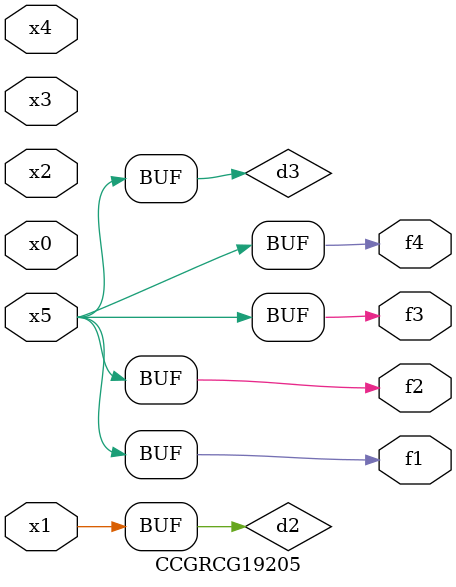
<source format=v>
module CCGRCG19205(
	input x0, x1, x2, x3, x4, x5,
	output f1, f2, f3, f4
);

	wire d1, d2, d3;

	not (d1, x5);
	or (d2, x1);
	xnor (d3, d1);
	assign f1 = d3;
	assign f2 = d3;
	assign f3 = d3;
	assign f4 = d3;
endmodule

</source>
